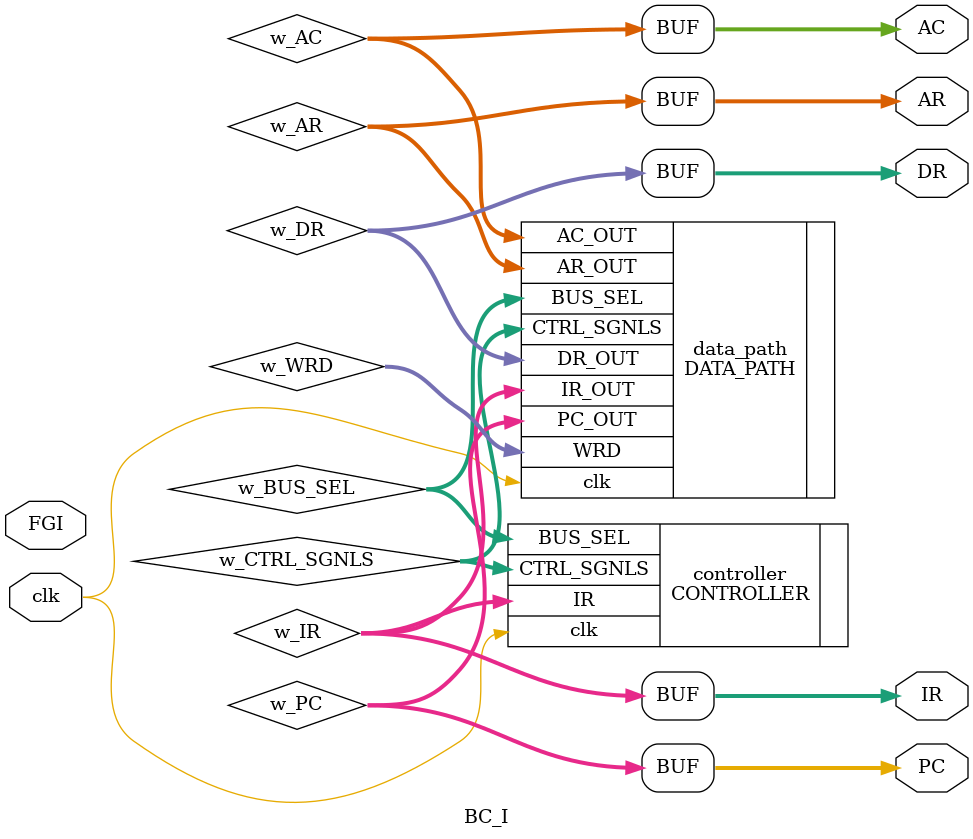
<source format=v>
module BC_I #(
    parameter WIDTH=16,
    parameter CTRL_LNGTH = 20)
(
    input clk,
    input FGI,
    output [11:0] PC,
    output [11:0] AR,
    output [15:0] IR,
    output [15:0] AC,
    output [15:0] DR
);
 
wire [15:0] w_WRD;

wire [2:0] w_BUS_SEL;
wire [CTRL_LNGTH-1:0] w_CTRL_SGNLS;
wire [WIDTH-1:0] w_IR, w_DR, w_AC;
wire [11:0] w_AR, w_PC;

initial begin
end

assign PC = w_PC;
assign AR = w_AR;
assign IR = w_IR;
assign AC = w_AC;
assign DR = w_DR;

DATA_PATH data_path(
.clk(clk),            
.BUS_SEL(w_BUS_SEL),   
.CTRL_SGNLS(w_CTRL_SGNLS),
.PC_OUT(w_PC),
.AR_OUT(w_AR),
.IR_OUT(w_IR),
.AC_OUT(w_AC),
.DR_OUT(w_DR),
.WRD(w_WRD)   
);

CONTROLLER controller(
.clk(clk),
.IR(w_IR),
.BUS_SEL(w_BUS_SEL), 
.CTRL_SGNLS(w_CTRL_SGNLS)
);


endmodule
</source>
